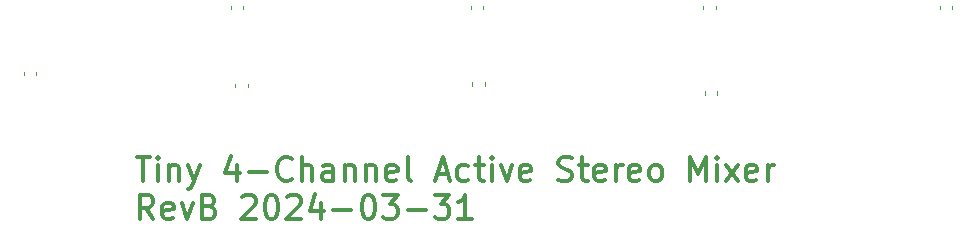
<source format=gbr>
%TF.GenerationSoftware,KiCad,Pcbnew,8.0.1*%
%TF.CreationDate,2024-04-01T22:35:21+01:00*%
%TF.ProjectId,Tiny4xPoweredStereoMixer,54696e79-3478-4506-9f77-657265645374,B*%
%TF.SameCoordinates,Original*%
%TF.FileFunction,Legend,Bot*%
%TF.FilePolarity,Positive*%
%FSLAX46Y46*%
G04 Gerber Fmt 4.6, Leading zero omitted, Abs format (unit mm)*
G04 Created by KiCad (PCBNEW 8.0.1) date 2024-04-01 22:35:21*
%MOMM*%
%LPD*%
G01*
G04 APERTURE LIST*
%ADD10C,0.300000*%
%ADD11C,0.120000*%
G04 APERTURE END LIST*
D10*
X114941844Y-68433750D02*
X116084701Y-68433750D01*
X115513272Y-70433750D02*
X115513272Y-68433750D01*
X116751368Y-70433750D02*
X116751368Y-69100416D01*
X116751368Y-68433750D02*
X116656130Y-68528988D01*
X116656130Y-68528988D02*
X116751368Y-68624226D01*
X116751368Y-68624226D02*
X116846606Y-68528988D01*
X116846606Y-68528988D02*
X116751368Y-68433750D01*
X116751368Y-68433750D02*
X116751368Y-68624226D01*
X117703749Y-69100416D02*
X117703749Y-70433750D01*
X117703749Y-69290892D02*
X117798987Y-69195654D01*
X117798987Y-69195654D02*
X117989463Y-69100416D01*
X117989463Y-69100416D02*
X118275178Y-69100416D01*
X118275178Y-69100416D02*
X118465654Y-69195654D01*
X118465654Y-69195654D02*
X118560892Y-69386131D01*
X118560892Y-69386131D02*
X118560892Y-70433750D01*
X119322797Y-69100416D02*
X119798987Y-70433750D01*
X120275178Y-69100416D02*
X119798987Y-70433750D01*
X119798987Y-70433750D02*
X119608511Y-70909940D01*
X119608511Y-70909940D02*
X119513273Y-71005178D01*
X119513273Y-71005178D02*
X119322797Y-71100416D01*
X123418036Y-69100416D02*
X123418036Y-70433750D01*
X122941845Y-68338512D02*
X122465655Y-69767083D01*
X122465655Y-69767083D02*
X123703750Y-69767083D01*
X124465655Y-69671845D02*
X125989465Y-69671845D01*
X128084702Y-70243273D02*
X127989464Y-70338512D01*
X127989464Y-70338512D02*
X127703750Y-70433750D01*
X127703750Y-70433750D02*
X127513274Y-70433750D01*
X127513274Y-70433750D02*
X127227559Y-70338512D01*
X127227559Y-70338512D02*
X127037083Y-70148035D01*
X127037083Y-70148035D02*
X126941845Y-69957559D01*
X126941845Y-69957559D02*
X126846607Y-69576607D01*
X126846607Y-69576607D02*
X126846607Y-69290892D01*
X126846607Y-69290892D02*
X126941845Y-68909940D01*
X126941845Y-68909940D02*
X127037083Y-68719464D01*
X127037083Y-68719464D02*
X127227559Y-68528988D01*
X127227559Y-68528988D02*
X127513274Y-68433750D01*
X127513274Y-68433750D02*
X127703750Y-68433750D01*
X127703750Y-68433750D02*
X127989464Y-68528988D01*
X127989464Y-68528988D02*
X128084702Y-68624226D01*
X128941845Y-70433750D02*
X128941845Y-68433750D01*
X129798988Y-70433750D02*
X129798988Y-69386131D01*
X129798988Y-69386131D02*
X129703750Y-69195654D01*
X129703750Y-69195654D02*
X129513274Y-69100416D01*
X129513274Y-69100416D02*
X129227559Y-69100416D01*
X129227559Y-69100416D02*
X129037083Y-69195654D01*
X129037083Y-69195654D02*
X128941845Y-69290892D01*
X131608512Y-70433750D02*
X131608512Y-69386131D01*
X131608512Y-69386131D02*
X131513274Y-69195654D01*
X131513274Y-69195654D02*
X131322798Y-69100416D01*
X131322798Y-69100416D02*
X130941845Y-69100416D01*
X130941845Y-69100416D02*
X130751369Y-69195654D01*
X131608512Y-70338512D02*
X131418036Y-70433750D01*
X131418036Y-70433750D02*
X130941845Y-70433750D01*
X130941845Y-70433750D02*
X130751369Y-70338512D01*
X130751369Y-70338512D02*
X130656131Y-70148035D01*
X130656131Y-70148035D02*
X130656131Y-69957559D01*
X130656131Y-69957559D02*
X130751369Y-69767083D01*
X130751369Y-69767083D02*
X130941845Y-69671845D01*
X130941845Y-69671845D02*
X131418036Y-69671845D01*
X131418036Y-69671845D02*
X131608512Y-69576607D01*
X132560893Y-69100416D02*
X132560893Y-70433750D01*
X132560893Y-69290892D02*
X132656131Y-69195654D01*
X132656131Y-69195654D02*
X132846607Y-69100416D01*
X132846607Y-69100416D02*
X133132322Y-69100416D01*
X133132322Y-69100416D02*
X133322798Y-69195654D01*
X133322798Y-69195654D02*
X133418036Y-69386131D01*
X133418036Y-69386131D02*
X133418036Y-70433750D01*
X134370417Y-69100416D02*
X134370417Y-70433750D01*
X134370417Y-69290892D02*
X134465655Y-69195654D01*
X134465655Y-69195654D02*
X134656131Y-69100416D01*
X134656131Y-69100416D02*
X134941846Y-69100416D01*
X134941846Y-69100416D02*
X135132322Y-69195654D01*
X135132322Y-69195654D02*
X135227560Y-69386131D01*
X135227560Y-69386131D02*
X135227560Y-70433750D01*
X136941846Y-70338512D02*
X136751370Y-70433750D01*
X136751370Y-70433750D02*
X136370417Y-70433750D01*
X136370417Y-70433750D02*
X136179941Y-70338512D01*
X136179941Y-70338512D02*
X136084703Y-70148035D01*
X136084703Y-70148035D02*
X136084703Y-69386131D01*
X136084703Y-69386131D02*
X136179941Y-69195654D01*
X136179941Y-69195654D02*
X136370417Y-69100416D01*
X136370417Y-69100416D02*
X136751370Y-69100416D01*
X136751370Y-69100416D02*
X136941846Y-69195654D01*
X136941846Y-69195654D02*
X137037084Y-69386131D01*
X137037084Y-69386131D02*
X137037084Y-69576607D01*
X137037084Y-69576607D02*
X136084703Y-69767083D01*
X138179941Y-70433750D02*
X137989465Y-70338512D01*
X137989465Y-70338512D02*
X137894227Y-70148035D01*
X137894227Y-70148035D02*
X137894227Y-68433750D01*
X140370418Y-69862321D02*
X141322799Y-69862321D01*
X140179942Y-70433750D02*
X140846608Y-68433750D01*
X140846608Y-68433750D02*
X141513275Y-70433750D01*
X143037085Y-70338512D02*
X142846609Y-70433750D01*
X142846609Y-70433750D02*
X142465656Y-70433750D01*
X142465656Y-70433750D02*
X142275180Y-70338512D01*
X142275180Y-70338512D02*
X142179942Y-70243273D01*
X142179942Y-70243273D02*
X142084704Y-70052797D01*
X142084704Y-70052797D02*
X142084704Y-69481369D01*
X142084704Y-69481369D02*
X142179942Y-69290892D01*
X142179942Y-69290892D02*
X142275180Y-69195654D01*
X142275180Y-69195654D02*
X142465656Y-69100416D01*
X142465656Y-69100416D02*
X142846609Y-69100416D01*
X142846609Y-69100416D02*
X143037085Y-69195654D01*
X143608514Y-69100416D02*
X144370418Y-69100416D01*
X143894228Y-68433750D02*
X143894228Y-70148035D01*
X143894228Y-70148035D02*
X143989466Y-70338512D01*
X143989466Y-70338512D02*
X144179942Y-70433750D01*
X144179942Y-70433750D02*
X144370418Y-70433750D01*
X145037085Y-70433750D02*
X145037085Y-69100416D01*
X145037085Y-68433750D02*
X144941847Y-68528988D01*
X144941847Y-68528988D02*
X145037085Y-68624226D01*
X145037085Y-68624226D02*
X145132323Y-68528988D01*
X145132323Y-68528988D02*
X145037085Y-68433750D01*
X145037085Y-68433750D02*
X145037085Y-68624226D01*
X145798990Y-69100416D02*
X146275180Y-70433750D01*
X146275180Y-70433750D02*
X146751371Y-69100416D01*
X148275181Y-70338512D02*
X148084705Y-70433750D01*
X148084705Y-70433750D02*
X147703752Y-70433750D01*
X147703752Y-70433750D02*
X147513276Y-70338512D01*
X147513276Y-70338512D02*
X147418038Y-70148035D01*
X147418038Y-70148035D02*
X147418038Y-69386131D01*
X147418038Y-69386131D02*
X147513276Y-69195654D01*
X147513276Y-69195654D02*
X147703752Y-69100416D01*
X147703752Y-69100416D02*
X148084705Y-69100416D01*
X148084705Y-69100416D02*
X148275181Y-69195654D01*
X148275181Y-69195654D02*
X148370419Y-69386131D01*
X148370419Y-69386131D02*
X148370419Y-69576607D01*
X148370419Y-69576607D02*
X147418038Y-69767083D01*
X150656134Y-70338512D02*
X150941848Y-70433750D01*
X150941848Y-70433750D02*
X151418039Y-70433750D01*
X151418039Y-70433750D02*
X151608515Y-70338512D01*
X151608515Y-70338512D02*
X151703753Y-70243273D01*
X151703753Y-70243273D02*
X151798991Y-70052797D01*
X151798991Y-70052797D02*
X151798991Y-69862321D01*
X151798991Y-69862321D02*
X151703753Y-69671845D01*
X151703753Y-69671845D02*
X151608515Y-69576607D01*
X151608515Y-69576607D02*
X151418039Y-69481369D01*
X151418039Y-69481369D02*
X151037086Y-69386131D01*
X151037086Y-69386131D02*
X150846610Y-69290892D01*
X150846610Y-69290892D02*
X150751372Y-69195654D01*
X150751372Y-69195654D02*
X150656134Y-69005178D01*
X150656134Y-69005178D02*
X150656134Y-68814702D01*
X150656134Y-68814702D02*
X150751372Y-68624226D01*
X150751372Y-68624226D02*
X150846610Y-68528988D01*
X150846610Y-68528988D02*
X151037086Y-68433750D01*
X151037086Y-68433750D02*
X151513277Y-68433750D01*
X151513277Y-68433750D02*
X151798991Y-68528988D01*
X152370420Y-69100416D02*
X153132324Y-69100416D01*
X152656134Y-68433750D02*
X152656134Y-70148035D01*
X152656134Y-70148035D02*
X152751372Y-70338512D01*
X152751372Y-70338512D02*
X152941848Y-70433750D01*
X152941848Y-70433750D02*
X153132324Y-70433750D01*
X154560896Y-70338512D02*
X154370420Y-70433750D01*
X154370420Y-70433750D02*
X153989467Y-70433750D01*
X153989467Y-70433750D02*
X153798991Y-70338512D01*
X153798991Y-70338512D02*
X153703753Y-70148035D01*
X153703753Y-70148035D02*
X153703753Y-69386131D01*
X153703753Y-69386131D02*
X153798991Y-69195654D01*
X153798991Y-69195654D02*
X153989467Y-69100416D01*
X153989467Y-69100416D02*
X154370420Y-69100416D01*
X154370420Y-69100416D02*
X154560896Y-69195654D01*
X154560896Y-69195654D02*
X154656134Y-69386131D01*
X154656134Y-69386131D02*
X154656134Y-69576607D01*
X154656134Y-69576607D02*
X153703753Y-69767083D01*
X155513277Y-70433750D02*
X155513277Y-69100416D01*
X155513277Y-69481369D02*
X155608515Y-69290892D01*
X155608515Y-69290892D02*
X155703753Y-69195654D01*
X155703753Y-69195654D02*
X155894229Y-69100416D01*
X155894229Y-69100416D02*
X156084706Y-69100416D01*
X157513277Y-70338512D02*
X157322801Y-70433750D01*
X157322801Y-70433750D02*
X156941848Y-70433750D01*
X156941848Y-70433750D02*
X156751372Y-70338512D01*
X156751372Y-70338512D02*
X156656134Y-70148035D01*
X156656134Y-70148035D02*
X156656134Y-69386131D01*
X156656134Y-69386131D02*
X156751372Y-69195654D01*
X156751372Y-69195654D02*
X156941848Y-69100416D01*
X156941848Y-69100416D02*
X157322801Y-69100416D01*
X157322801Y-69100416D02*
X157513277Y-69195654D01*
X157513277Y-69195654D02*
X157608515Y-69386131D01*
X157608515Y-69386131D02*
X157608515Y-69576607D01*
X157608515Y-69576607D02*
X156656134Y-69767083D01*
X158751372Y-70433750D02*
X158560896Y-70338512D01*
X158560896Y-70338512D02*
X158465658Y-70243273D01*
X158465658Y-70243273D02*
X158370420Y-70052797D01*
X158370420Y-70052797D02*
X158370420Y-69481369D01*
X158370420Y-69481369D02*
X158465658Y-69290892D01*
X158465658Y-69290892D02*
X158560896Y-69195654D01*
X158560896Y-69195654D02*
X158751372Y-69100416D01*
X158751372Y-69100416D02*
X159037087Y-69100416D01*
X159037087Y-69100416D02*
X159227563Y-69195654D01*
X159227563Y-69195654D02*
X159322801Y-69290892D01*
X159322801Y-69290892D02*
X159418039Y-69481369D01*
X159418039Y-69481369D02*
X159418039Y-70052797D01*
X159418039Y-70052797D02*
X159322801Y-70243273D01*
X159322801Y-70243273D02*
X159227563Y-70338512D01*
X159227563Y-70338512D02*
X159037087Y-70433750D01*
X159037087Y-70433750D02*
X158751372Y-70433750D01*
X161798992Y-70433750D02*
X161798992Y-68433750D01*
X161798992Y-68433750D02*
X162465659Y-69862321D01*
X162465659Y-69862321D02*
X163132325Y-68433750D01*
X163132325Y-68433750D02*
X163132325Y-70433750D01*
X164084706Y-70433750D02*
X164084706Y-69100416D01*
X164084706Y-68433750D02*
X163989468Y-68528988D01*
X163989468Y-68528988D02*
X164084706Y-68624226D01*
X164084706Y-68624226D02*
X164179944Y-68528988D01*
X164179944Y-68528988D02*
X164084706Y-68433750D01*
X164084706Y-68433750D02*
X164084706Y-68624226D01*
X164846611Y-70433750D02*
X165894230Y-69100416D01*
X164846611Y-69100416D02*
X165894230Y-70433750D01*
X167418040Y-70338512D02*
X167227564Y-70433750D01*
X167227564Y-70433750D02*
X166846611Y-70433750D01*
X166846611Y-70433750D02*
X166656135Y-70338512D01*
X166656135Y-70338512D02*
X166560897Y-70148035D01*
X166560897Y-70148035D02*
X166560897Y-69386131D01*
X166560897Y-69386131D02*
X166656135Y-69195654D01*
X166656135Y-69195654D02*
X166846611Y-69100416D01*
X166846611Y-69100416D02*
X167227564Y-69100416D01*
X167227564Y-69100416D02*
X167418040Y-69195654D01*
X167418040Y-69195654D02*
X167513278Y-69386131D01*
X167513278Y-69386131D02*
X167513278Y-69576607D01*
X167513278Y-69576607D02*
X166560897Y-69767083D01*
X168370421Y-70433750D02*
X168370421Y-69100416D01*
X168370421Y-69481369D02*
X168465659Y-69290892D01*
X168465659Y-69290892D02*
X168560897Y-69195654D01*
X168560897Y-69195654D02*
X168751373Y-69100416D01*
X168751373Y-69100416D02*
X168941850Y-69100416D01*
X116370415Y-73653638D02*
X115703748Y-72701257D01*
X115227558Y-73653638D02*
X115227558Y-71653638D01*
X115227558Y-71653638D02*
X115989463Y-71653638D01*
X115989463Y-71653638D02*
X116179939Y-71748876D01*
X116179939Y-71748876D02*
X116275177Y-71844114D01*
X116275177Y-71844114D02*
X116370415Y-72034590D01*
X116370415Y-72034590D02*
X116370415Y-72320304D01*
X116370415Y-72320304D02*
X116275177Y-72510780D01*
X116275177Y-72510780D02*
X116179939Y-72606019D01*
X116179939Y-72606019D02*
X115989463Y-72701257D01*
X115989463Y-72701257D02*
X115227558Y-72701257D01*
X117989463Y-73558400D02*
X117798987Y-73653638D01*
X117798987Y-73653638D02*
X117418034Y-73653638D01*
X117418034Y-73653638D02*
X117227558Y-73558400D01*
X117227558Y-73558400D02*
X117132320Y-73367923D01*
X117132320Y-73367923D02*
X117132320Y-72606019D01*
X117132320Y-72606019D02*
X117227558Y-72415542D01*
X117227558Y-72415542D02*
X117418034Y-72320304D01*
X117418034Y-72320304D02*
X117798987Y-72320304D01*
X117798987Y-72320304D02*
X117989463Y-72415542D01*
X117989463Y-72415542D02*
X118084701Y-72606019D01*
X118084701Y-72606019D02*
X118084701Y-72796495D01*
X118084701Y-72796495D02*
X117132320Y-72986971D01*
X118751368Y-72320304D02*
X119227558Y-73653638D01*
X119227558Y-73653638D02*
X119703749Y-72320304D01*
X121132321Y-72606019D02*
X121418035Y-72701257D01*
X121418035Y-72701257D02*
X121513273Y-72796495D01*
X121513273Y-72796495D02*
X121608511Y-72986971D01*
X121608511Y-72986971D02*
X121608511Y-73272685D01*
X121608511Y-73272685D02*
X121513273Y-73463161D01*
X121513273Y-73463161D02*
X121418035Y-73558400D01*
X121418035Y-73558400D02*
X121227559Y-73653638D01*
X121227559Y-73653638D02*
X120465654Y-73653638D01*
X120465654Y-73653638D02*
X120465654Y-71653638D01*
X120465654Y-71653638D02*
X121132321Y-71653638D01*
X121132321Y-71653638D02*
X121322797Y-71748876D01*
X121322797Y-71748876D02*
X121418035Y-71844114D01*
X121418035Y-71844114D02*
X121513273Y-72034590D01*
X121513273Y-72034590D02*
X121513273Y-72225066D01*
X121513273Y-72225066D02*
X121418035Y-72415542D01*
X121418035Y-72415542D02*
X121322797Y-72510780D01*
X121322797Y-72510780D02*
X121132321Y-72606019D01*
X121132321Y-72606019D02*
X120465654Y-72606019D01*
X123894226Y-71844114D02*
X123989464Y-71748876D01*
X123989464Y-71748876D02*
X124179940Y-71653638D01*
X124179940Y-71653638D02*
X124656131Y-71653638D01*
X124656131Y-71653638D02*
X124846607Y-71748876D01*
X124846607Y-71748876D02*
X124941845Y-71844114D01*
X124941845Y-71844114D02*
X125037083Y-72034590D01*
X125037083Y-72034590D02*
X125037083Y-72225066D01*
X125037083Y-72225066D02*
X124941845Y-72510780D01*
X124941845Y-72510780D02*
X123798988Y-73653638D01*
X123798988Y-73653638D02*
X125037083Y-73653638D01*
X126275178Y-71653638D02*
X126465655Y-71653638D01*
X126465655Y-71653638D02*
X126656131Y-71748876D01*
X126656131Y-71748876D02*
X126751369Y-71844114D01*
X126751369Y-71844114D02*
X126846607Y-72034590D01*
X126846607Y-72034590D02*
X126941845Y-72415542D01*
X126941845Y-72415542D02*
X126941845Y-72891733D01*
X126941845Y-72891733D02*
X126846607Y-73272685D01*
X126846607Y-73272685D02*
X126751369Y-73463161D01*
X126751369Y-73463161D02*
X126656131Y-73558400D01*
X126656131Y-73558400D02*
X126465655Y-73653638D01*
X126465655Y-73653638D02*
X126275178Y-73653638D01*
X126275178Y-73653638D02*
X126084702Y-73558400D01*
X126084702Y-73558400D02*
X125989464Y-73463161D01*
X125989464Y-73463161D02*
X125894226Y-73272685D01*
X125894226Y-73272685D02*
X125798988Y-72891733D01*
X125798988Y-72891733D02*
X125798988Y-72415542D01*
X125798988Y-72415542D02*
X125894226Y-72034590D01*
X125894226Y-72034590D02*
X125989464Y-71844114D01*
X125989464Y-71844114D02*
X126084702Y-71748876D01*
X126084702Y-71748876D02*
X126275178Y-71653638D01*
X127703750Y-71844114D02*
X127798988Y-71748876D01*
X127798988Y-71748876D02*
X127989464Y-71653638D01*
X127989464Y-71653638D02*
X128465655Y-71653638D01*
X128465655Y-71653638D02*
X128656131Y-71748876D01*
X128656131Y-71748876D02*
X128751369Y-71844114D01*
X128751369Y-71844114D02*
X128846607Y-72034590D01*
X128846607Y-72034590D02*
X128846607Y-72225066D01*
X128846607Y-72225066D02*
X128751369Y-72510780D01*
X128751369Y-72510780D02*
X127608512Y-73653638D01*
X127608512Y-73653638D02*
X128846607Y-73653638D01*
X130560893Y-72320304D02*
X130560893Y-73653638D01*
X130084702Y-71558400D02*
X129608512Y-72986971D01*
X129608512Y-72986971D02*
X130846607Y-72986971D01*
X131608512Y-72891733D02*
X133132322Y-72891733D01*
X134465654Y-71653638D02*
X134656131Y-71653638D01*
X134656131Y-71653638D02*
X134846607Y-71748876D01*
X134846607Y-71748876D02*
X134941845Y-71844114D01*
X134941845Y-71844114D02*
X135037083Y-72034590D01*
X135037083Y-72034590D02*
X135132321Y-72415542D01*
X135132321Y-72415542D02*
X135132321Y-72891733D01*
X135132321Y-72891733D02*
X135037083Y-73272685D01*
X135037083Y-73272685D02*
X134941845Y-73463161D01*
X134941845Y-73463161D02*
X134846607Y-73558400D01*
X134846607Y-73558400D02*
X134656131Y-73653638D01*
X134656131Y-73653638D02*
X134465654Y-73653638D01*
X134465654Y-73653638D02*
X134275178Y-73558400D01*
X134275178Y-73558400D02*
X134179940Y-73463161D01*
X134179940Y-73463161D02*
X134084702Y-73272685D01*
X134084702Y-73272685D02*
X133989464Y-72891733D01*
X133989464Y-72891733D02*
X133989464Y-72415542D01*
X133989464Y-72415542D02*
X134084702Y-72034590D01*
X134084702Y-72034590D02*
X134179940Y-71844114D01*
X134179940Y-71844114D02*
X134275178Y-71748876D01*
X134275178Y-71748876D02*
X134465654Y-71653638D01*
X135798988Y-71653638D02*
X137037083Y-71653638D01*
X137037083Y-71653638D02*
X136370416Y-72415542D01*
X136370416Y-72415542D02*
X136656131Y-72415542D01*
X136656131Y-72415542D02*
X136846607Y-72510780D01*
X136846607Y-72510780D02*
X136941845Y-72606019D01*
X136941845Y-72606019D02*
X137037083Y-72796495D01*
X137037083Y-72796495D02*
X137037083Y-73272685D01*
X137037083Y-73272685D02*
X136941845Y-73463161D01*
X136941845Y-73463161D02*
X136846607Y-73558400D01*
X136846607Y-73558400D02*
X136656131Y-73653638D01*
X136656131Y-73653638D02*
X136084702Y-73653638D01*
X136084702Y-73653638D02*
X135894226Y-73558400D01*
X135894226Y-73558400D02*
X135798988Y-73463161D01*
X137894226Y-72891733D02*
X139418036Y-72891733D01*
X140179940Y-71653638D02*
X141418035Y-71653638D01*
X141418035Y-71653638D02*
X140751368Y-72415542D01*
X140751368Y-72415542D02*
X141037083Y-72415542D01*
X141037083Y-72415542D02*
X141227559Y-72510780D01*
X141227559Y-72510780D02*
X141322797Y-72606019D01*
X141322797Y-72606019D02*
X141418035Y-72796495D01*
X141418035Y-72796495D02*
X141418035Y-73272685D01*
X141418035Y-73272685D02*
X141322797Y-73463161D01*
X141322797Y-73463161D02*
X141227559Y-73558400D01*
X141227559Y-73558400D02*
X141037083Y-73653638D01*
X141037083Y-73653638D02*
X140465654Y-73653638D01*
X140465654Y-73653638D02*
X140275178Y-73558400D01*
X140275178Y-73558400D02*
X140179940Y-73463161D01*
X143322797Y-73653638D02*
X142179940Y-73653638D01*
X142751368Y-73653638D02*
X142751368Y-71653638D01*
X142751368Y-71653638D02*
X142560892Y-71939352D01*
X142560892Y-71939352D02*
X142370416Y-72129828D01*
X142370416Y-72129828D02*
X142179940Y-72225066D01*
D11*
%TO.C,C5*%
X122934000Y-55899267D02*
X122934000Y-55606733D01*
X123954000Y-55899267D02*
X123954000Y-55606733D01*
%TO.C,C14*%
X143381000Y-62376267D02*
X143381000Y-62083733D01*
X144401000Y-62376267D02*
X144401000Y-62083733D01*
%TO.C,C10*%
X143254000Y-55899267D02*
X143254000Y-55606733D01*
X144274000Y-55899267D02*
X144274000Y-55606733D01*
%TO.C,C11*%
X123315000Y-62503267D02*
X123315000Y-62210733D01*
X124335000Y-62503267D02*
X124335000Y-62210733D01*
%TO.C,C12*%
X162939000Y-55899267D02*
X162939000Y-55606733D01*
X163959000Y-55899267D02*
X163959000Y-55606733D01*
%TO.C,C7*%
X105408000Y-61487267D02*
X105408000Y-61194733D01*
X106428000Y-61487267D02*
X106428000Y-61194733D01*
%TO.C,C17*%
X182978500Y-55899267D02*
X182978500Y-55606733D01*
X183998500Y-55899267D02*
X183998500Y-55606733D01*
%TO.C,C18*%
X163066000Y-63138267D02*
X163066000Y-62845733D01*
X164086000Y-63138267D02*
X164086000Y-62845733D01*
%TD*%
M02*

</source>
